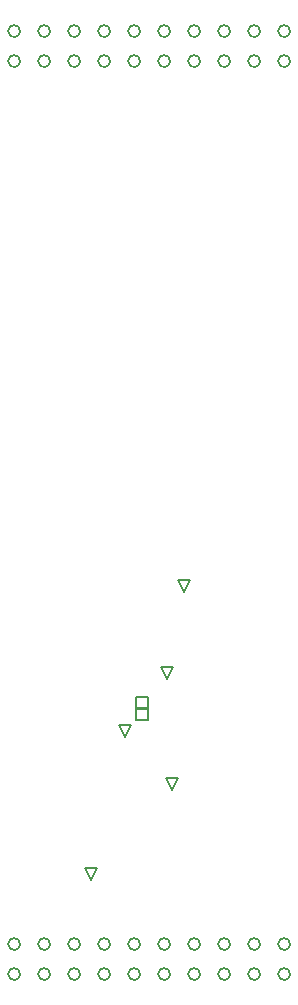
<source format=gbr>
%TF.GenerationSoftware,Altium Limited,Altium Designer,23.4.1 (23)*%
G04 Layer_Color=2752767*
%FSLAX45Y45*%
%MOMM*%
%TF.SameCoordinates,B91EE142-B30E-402A-A340-A1283DCE037E*%
%TF.FilePolarity,Positive*%
%TF.FileFunction,Drawing*%
%TF.Part,Single*%
G01*
G75*
%TA.AperFunction,NonConductor*%
%ADD21C,0.12700*%
%ADD38C,0.16933*%
D21*
X1536700Y2655100D02*
Y2756700D01*
X1638300D01*
Y2655100D01*
X1536700D01*
Y2755100D02*
Y2856700D01*
X1638300D01*
Y2755100D01*
X1536700D01*
X1841500Y2070100D02*
X1790700Y2171700D01*
X1892300D01*
X1841500Y2070100D01*
X1803400Y3009900D02*
X1752600Y3111500D01*
X1854200D01*
X1803400Y3009900D01*
X1943100Y3746500D02*
X1892300Y3848100D01*
X1993900D01*
X1943100Y3746500D01*
X1447800Y2514600D02*
X1397000Y2616200D01*
X1498600D01*
X1447800Y2514600D01*
X1155700Y1308100D02*
X1104900Y1409700D01*
X1206500D01*
X1155700Y1308100D01*
D38*
X2844800Y8492000D02*
G03*
X2844800Y8492000I-50800J0D01*
G01*
Y8238000D02*
G03*
X2844800Y8238000I-50800J0D01*
G01*
X2590800Y8492000D02*
G03*
X2590800Y8492000I-50800J0D01*
G01*
Y8238000D02*
G03*
X2590800Y8238000I-50800J0D01*
G01*
X2336800Y8492000D02*
G03*
X2336800Y8492000I-50800J0D01*
G01*
Y8238000D02*
G03*
X2336800Y8238000I-50800J0D01*
G01*
X2082800Y8492000D02*
G03*
X2082800Y8492000I-50800J0D01*
G01*
Y8238000D02*
G03*
X2082800Y8238000I-50800J0D01*
G01*
X1828800Y8492000D02*
G03*
X1828800Y8492000I-50800J0D01*
G01*
Y8238000D02*
G03*
X1828800Y8238000I-50800J0D01*
G01*
X1574800Y8492000D02*
G03*
X1574800Y8492000I-50800J0D01*
G01*
Y8238000D02*
G03*
X1574800Y8238000I-50800J0D01*
G01*
X1320800Y8492000D02*
G03*
X1320800Y8492000I-50800J0D01*
G01*
Y8238000D02*
G03*
X1320800Y8238000I-50800J0D01*
G01*
X1066800Y8492000D02*
G03*
X1066800Y8492000I-50800J0D01*
G01*
Y8238000D02*
G03*
X1066800Y8238000I-50800J0D01*
G01*
X812800Y8492000D02*
G03*
X812800Y8492000I-50800J0D01*
G01*
Y8238000D02*
G03*
X812800Y8238000I-50800J0D01*
G01*
X558800Y8492000D02*
G03*
X558800Y8492000I-50800J0D01*
G01*
Y8238000D02*
G03*
X558800Y8238000I-50800J0D01*
G01*
X2844800Y762000D02*
G03*
X2844800Y762000I-50800J0D01*
G01*
Y508000D02*
G03*
X2844800Y508000I-50800J0D01*
G01*
X2590800Y762000D02*
G03*
X2590800Y762000I-50800J0D01*
G01*
Y508000D02*
G03*
X2590800Y508000I-50800J0D01*
G01*
X2336800Y762000D02*
G03*
X2336800Y762000I-50800J0D01*
G01*
Y508000D02*
G03*
X2336800Y508000I-50800J0D01*
G01*
X2082800Y762000D02*
G03*
X2082800Y762000I-50800J0D01*
G01*
Y508000D02*
G03*
X2082800Y508000I-50800J0D01*
G01*
X1828800Y762000D02*
G03*
X1828800Y762000I-50800J0D01*
G01*
Y508000D02*
G03*
X1828800Y508000I-50800J0D01*
G01*
X1574800Y762000D02*
G03*
X1574800Y762000I-50800J0D01*
G01*
Y508000D02*
G03*
X1574800Y508000I-50800J0D01*
G01*
X1320800Y762000D02*
G03*
X1320800Y762000I-50800J0D01*
G01*
Y508000D02*
G03*
X1320800Y508000I-50800J0D01*
G01*
X1066800Y762000D02*
G03*
X1066800Y762000I-50800J0D01*
G01*
Y508000D02*
G03*
X1066800Y508000I-50800J0D01*
G01*
X812800Y762000D02*
G03*
X812800Y762000I-50800J0D01*
G01*
Y508000D02*
G03*
X812800Y508000I-50800J0D01*
G01*
X558800Y762000D02*
G03*
X558800Y762000I-50800J0D01*
G01*
Y508000D02*
G03*
X558800Y508000I-50800J0D01*
G01*
%TF.MD5,df0a7c440f5d3bc5c1867595cdde552f*%
M02*

</source>
